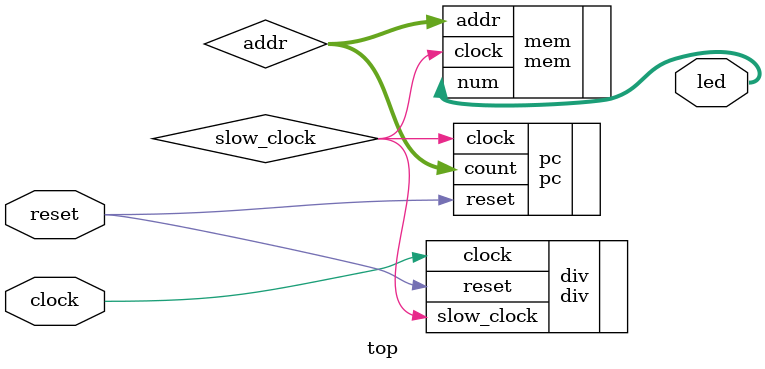
<source format=v>
module top (
    input clock, reset,
    output [4:0] led
);

    wire slow_clock;
    wire [3:0] addr;

    `ifndef SIM
    div div (
        .clock (clock),
        .reset (reset),
        .slow_clock (slow_clock)
    );
    `endif

    pc pc (
        `ifdef SIM
        .clock (clock),
        `else
        .clock (slow_clock),
        `endif
        .reset (reset),
        .count (addr)
    );

    mem mem (
        `ifdef SIM
        .clock (clock),
        `else
        .clock (slow_clock),
        `endif
        .addr (addr),
        .num (led)
    );

endmodule

</source>
